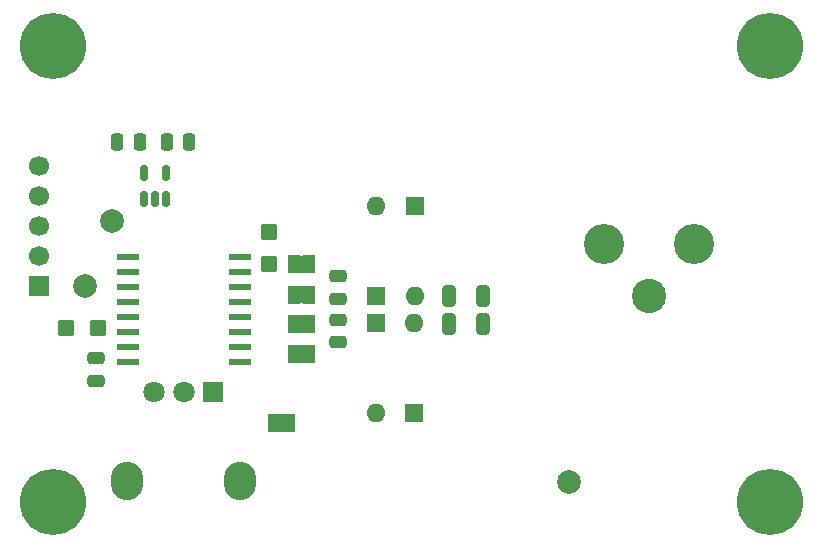
<source format=gbr>
%TF.GenerationSoftware,KiCad,Pcbnew,9.0.1-1.fc42*%
%TF.CreationDate,2025-05-12T13:06:47+02:00*%
%TF.ProjectId,PreAmp,50726541-6d70-42e6-9b69-6361645f7063,1*%
%TF.SameCoordinates,Original*%
%TF.FileFunction,Soldermask,Top*%
%TF.FilePolarity,Negative*%
%FSLAX46Y46*%
G04 Gerber Fmt 4.6, Leading zero omitted, Abs format (unit mm)*
G04 Created by KiCad (PCBNEW 9.0.1-1.fc42) date 2025-05-12 13:06:47*
%MOMM*%
%LPD*%
G01*
G04 APERTURE LIST*
G04 Aperture macros list*
%AMRoundRect*
0 Rectangle with rounded corners*
0 $1 Rounding radius*
0 $2 $3 $4 $5 $6 $7 $8 $9 X,Y pos of 4 corners*
0 Add a 4 corners polygon primitive as box body*
4,1,4,$2,$3,$4,$5,$6,$7,$8,$9,$2,$3,0*
0 Add four circle primitives for the rounded corners*
1,1,$1+$1,$2,$3*
1,1,$1+$1,$4,$5*
1,1,$1+$1,$6,$7*
1,1,$1+$1,$8,$9*
0 Add four rect primitives between the rounded corners*
20,1,$1+$1,$2,$3,$4,$5,0*
20,1,$1+$1,$4,$5,$6,$7,0*
20,1,$1+$1,$6,$7,$8,$9,0*
20,1,$1+$1,$8,$9,$2,$3,0*%
G04 Aperture macros list end*
%ADD10RoundRect,0.250000X0.475000X-0.250000X0.475000X0.250000X-0.475000X0.250000X-0.475000X-0.250000X0*%
%ADD11C,2.000000*%
%ADD12O,2.720000X3.240000*%
%ADD13R,1.800000X1.800000*%
%ADD14C,1.800000*%
%ADD15C,3.400000*%
%ADD16C,2.900000*%
%ADD17R,1.000000X1.500000*%
%ADD18RoundRect,0.250000X-0.250000X-0.475000X0.250000X-0.475000X0.250000X0.475000X-0.250000X0.475000X0*%
%ADD19RoundRect,0.250000X0.445000X-0.457500X0.445000X0.457500X-0.445000X0.457500X-0.445000X-0.457500X0*%
%ADD20C,3.600000*%
%ADD21C,5.600000*%
%ADD22R,1.600000X1.600000*%
%ADD23O,1.600000X1.600000*%
%ADD24RoundRect,0.150000X0.150000X-0.512500X0.150000X0.512500X-0.150000X0.512500X-0.150000X-0.512500X0*%
%ADD25R,1.873999X0.558000*%
%ADD26RoundRect,0.250000X0.325000X0.650000X-0.325000X0.650000X-0.325000X-0.650000X0.325000X-0.650000X0*%
%ADD27R,1.700000X1.700000*%
%ADD28C,1.700000*%
%ADD29RoundRect,0.250000X-0.475000X0.250000X-0.475000X-0.250000X0.475000X-0.250000X0.475000X0.250000X0*%
%ADD30RoundRect,0.250000X0.457500X0.445000X-0.457500X0.445000X-0.457500X-0.445000X0.457500X-0.445000X0*%
G04 APERTURE END LIST*
%TO.C,JP5*%
G36*
X139900000Y-103950000D02*
G01*
X140200000Y-103950000D01*
X140200000Y-105450000D01*
X139900000Y-105450000D01*
X139900000Y-103950000D01*
G37*
%TO.C,JP4*%
G36*
X139900000Y-101400000D02*
G01*
X140200000Y-101400000D01*
X140200000Y-102900000D01*
X139900000Y-102900000D01*
X139900000Y-101400000D01*
G37*
%TO.C,JP2*%
G36*
X139900000Y-96350000D02*
G01*
X140200000Y-96350000D01*
X140200000Y-97850000D01*
X139900000Y-97850000D01*
X139900000Y-96350000D01*
G37*
%TO.C,JP3*%
G36*
X139900000Y-98900000D02*
G01*
X140200000Y-98900000D01*
X140200000Y-100400000D01*
X139900000Y-100400000D01*
X139900000Y-98900000D01*
G37*
%TO.C,JP1*%
G36*
X138250000Y-109750000D02*
G01*
X138550000Y-109750000D01*
X138550000Y-111250000D01*
X138250000Y-111250000D01*
X138250000Y-109750000D01*
G37*
%TD*%
D10*
%TO.C,R4*%
X143200000Y-100010000D03*
X143200000Y-98110000D03*
%TD*%
D11*
%TO.C,TP1*%
X124052000Y-93400000D03*
%TD*%
D12*
%TO.C,RV1*%
X134900000Y-115400000D03*
X125300000Y-115400000D03*
D13*
X132600000Y-107900000D03*
D14*
X130100000Y-107900000D03*
X127600000Y-107900000D03*
%TD*%
D10*
%TO.C,R5*%
X122700000Y-106950000D03*
X122700000Y-105050000D03*
%TD*%
D15*
%TO.C,J1*%
X173300000Y-95330000D03*
X165680000Y-95330000D03*
D16*
X169490000Y-99780000D03*
%TD*%
D11*
%TO.C,TP2*%
X162750000Y-115500000D03*
%TD*%
D17*
%TO.C,JP5*%
X139400000Y-104700000D03*
X140700000Y-104700000D03*
%TD*%
D18*
%TO.C,R2*%
X128678000Y-86710000D03*
X130578000Y-86710000D03*
%TD*%
D19*
%TO.C,C3*%
X137300000Y-97052500D03*
X137300000Y-94347500D03*
%TD*%
D20*
%TO.C,H4*%
X179750000Y-78600000D03*
D21*
X179750000Y-78600000D03*
%TD*%
D17*
%TO.C,JP4*%
X139400000Y-102150000D03*
X140700000Y-102150000D03*
%TD*%
D22*
%TO.C,D4*%
X146370000Y-102030000D03*
D23*
X146370000Y-109650000D03*
%TD*%
D22*
%TO.C,D2*%
X146380000Y-99730000D03*
D23*
X146380000Y-92110000D03*
%TD*%
D24*
%TO.C,U1*%
X126728000Y-91597500D03*
X127678000Y-91597500D03*
X128628000Y-91597500D03*
X128628000Y-89322500D03*
X126728000Y-89322500D03*
%TD*%
D18*
%TO.C,R1*%
X124478000Y-86710000D03*
X126378000Y-86710000D03*
%TD*%
D20*
%TO.C,H1*%
X179750000Y-117200000D03*
D21*
X179750000Y-117200000D03*
%TD*%
D25*
%TO.C,U2*%
X134834301Y-105345000D03*
X134834301Y-104075000D03*
X134834301Y-102805000D03*
X134834301Y-101535000D03*
X134834301Y-100265000D03*
X134834301Y-98995000D03*
X134834301Y-97725000D03*
X134834301Y-96455000D03*
X125365699Y-96455000D03*
X125365699Y-97725000D03*
X125365699Y-98995000D03*
X125365699Y-100265000D03*
X125365699Y-101535000D03*
X125365699Y-102805000D03*
X125365699Y-104075000D03*
X125365699Y-105345000D03*
%TD*%
D26*
%TO.C,C2*%
X155475000Y-102100000D03*
X152525000Y-102100000D03*
%TD*%
D17*
%TO.C,JP2*%
X139400000Y-97100000D03*
X140700000Y-97100000D03*
%TD*%
D27*
%TO.C,J2*%
X117808000Y-98900000D03*
D28*
X117808000Y-96360000D03*
X117808000Y-93820000D03*
X117808000Y-91280000D03*
X117808000Y-88740000D03*
%TD*%
D22*
%TO.C,D1*%
X149640000Y-92110000D03*
D23*
X149640000Y-99730000D03*
%TD*%
D17*
%TO.C,JP3*%
X139400000Y-99650000D03*
X140700000Y-99650000D03*
%TD*%
D11*
%TO.C,TP3*%
X121700000Y-98900000D03*
%TD*%
D20*
%TO.C,H2*%
X119000000Y-117200000D03*
D21*
X119000000Y-117200000D03*
%TD*%
D26*
%TO.C,C1*%
X155475000Y-99800000D03*
X152525000Y-99800000D03*
%TD*%
D20*
%TO.C,H3*%
X119000000Y-78600000D03*
D21*
X119000000Y-78600000D03*
%TD*%
D29*
%TO.C,R3*%
X143200000Y-101760000D03*
X143200000Y-103660000D03*
%TD*%
D30*
%TO.C,C4*%
X122852500Y-102500000D03*
X120147500Y-102500000D03*
%TD*%
D22*
%TO.C,D3*%
X149630000Y-109660000D03*
D23*
X149630000Y-102040000D03*
%TD*%
D17*
%TO.C,JP1*%
X137750000Y-110500000D03*
X139050000Y-110500000D03*
%TD*%
M02*

</source>
